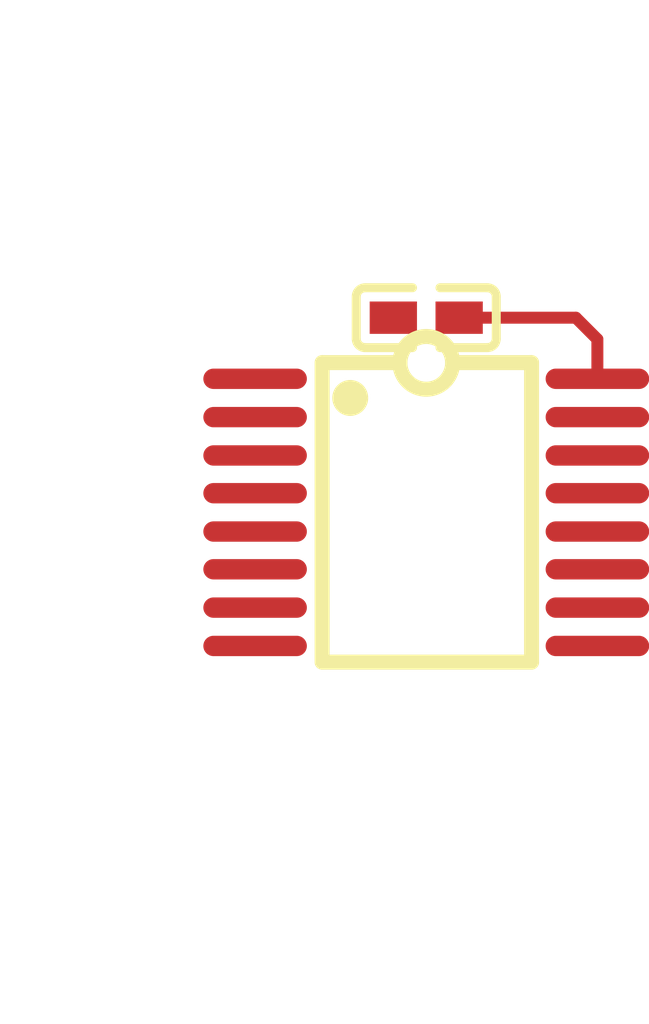
<source format=kicad_pcb>
(kicad_pcb (version 20241229) (generator "pcbnew") (generator_version "9.0")
  (layers (0 "F.Cu" signal) (2 "B.Cu" signal) (13 "F.Paste" user) (15 "B.Paste" user) (5 "F.SilkS" user "F.Silkscreen") (7 "B.SilkS" user "B.Silkscreen") (1 "F.Mask" user) (3 "B.Mask" user) (25 "Edge.Cuts" user))
  (net 0 "")
  (net 1 "b[7]")
  (net 2 "net")
  (net 3 "oe")
  (net 4 "b[0]")
  (net 5 "s1")
  (net 6 "vcc")
  (net 7 "gnd")
  (net 8 "b[3]")
  (net 9 "b[5]")
  (net 10 "a")
  (net 11 "b[6]")
  (net 12 "b[1]")
  (net 13 "s2")
  (net 14 "b[2]")
  (net 15 "s0")
  (net 16 "b[4]")
  (footprint "atopile:TSSOP-16_L5.0-W4.4-P0.64-LS6.4-BL-0862a7" (layer "F.Cu") (at 0 0 -90)
    (property "Reference" "U1" (hide yes))
    (property "Value" "")
    (fp_line (start -2.5 1.74) (end 2.5 1.74) (stroke (width 0.25)) (layer "F.SilkS"))
    (fp_line (start -2.5 0.44) (end -2.5 1.74) (stroke (width 0.25)) (layer "F.SilkS"))
    (fp_line (start -2.5 -0.44) (end -2.5 -1.76) (stroke (width 0.25)) (layer "F.SilkS"))
    (fp_line (start -2.5 -1.76) (end 2.5 -1.76) (stroke (width 0.25)) (layer "F.SilkS"))
    (fp_line (start 2.5 -1.76) (end 2.5 1.74) (stroke (width 0.25)) (layer "F.SilkS"))
    (fp_arc (start -2.492321 -0.439933) (mid -2.503838 0.439983) (end -2.5 -0.44) (stroke (width 0.25)) (layer "F.SilkS"))
    (fp_circle (center -1.91 1.27) (end -1.76 1.27) (stroke (width 0.3)) (fill no) (layer "F.SilkS"))
    (pad "1" smd oval (at -2.23 2.86 270) (size 0.34 1.73) (layers "F.Cu" "F.Mask" "F.Paste") (net 8 "b[3]"))
    (pad "2" smd oval (at -1.59 2.86 270) (size 0.34 1.73) (layers "F.Cu" "F.Mask" "F.Paste") (net 14 "b[2]"))
    (pad "3" smd oval (at -0.95 2.86 270) (size 0.34 1.73) (layers "F.Cu" "F.Mask" "F.Paste") (net 12 "b[1]"))
    (pad "4" smd oval (at -0.32 2.86 270) (size 0.34 1.73) (layers "F.Cu" "F.Mask" "F.Paste") (net 4 "b[0]"))
    (pad "5" smd oval (at 0.32 2.86 270) (size 0.34 1.73) (layers "F.Cu" "F.Mask" "F.Paste") (net 10 "a"))
    (pad "6" smd oval (at 0.95 2.86 270) (size 0.34 1.73) (layers "F.Cu" "F.Mask" "F.Paste") (net 2 "net"))
    (pad "7" smd oval (at 1.59 2.86 270) (size 0.34 1.73) (layers "F.Cu" "F.Mask" "F.Paste") (net 3 "oe"))
    (pad "8" smd oval (at 2.23 2.86 270) (size 0.34 1.73) (layers "F.Cu" "F.Mask" "F.Paste") (net 7 "gnd"))
    (pad "9" smd oval (at 2.23 -2.86 270) (size 0.34 1.73) (layers "F.Cu" "F.Mask" "F.Paste") (net 13 "s2"))
    (pad "10" smd oval (at 1.59 -2.86 270) (size 0.34 1.73) (layers "F.Cu" "F.Mask" "F.Paste") (net 5 "s1"))
    (pad "11" smd oval (at 0.95 -2.86 270) (size 0.34 1.73) (layers "F.Cu" "F.Mask" "F.Paste") (net 15 "s0"))
    (pad "12" smd oval (at 0.32 -2.86 270) (size 0.34 1.73) (layers "F.Cu" "F.Mask" "F.Paste") (net 1 "b[7]"))
    (pad "13" smd oval (at -0.32 -2.86 270) (size 0.34 1.73) (layers "F.Cu" "F.Mask" "F.Paste") (net 11 "b[6]"))
    (pad "14" smd oval (at -0.95 -2.86 270) (size 0.34 1.73) (layers "F.Cu" "F.Mask" "F.Paste") (net 9 "b[5]"))
    (pad "15" smd oval (at -1.59 -2.86 270) (size 0.34 1.73) (layers "F.Cu" "F.Mask" "F.Paste") (net 16 "b[4]"))
    (pad "16" smd oval (at -2.23 -2.86 270) (size 0.34 1.73) (layers "F.Cu" "F.Mask" "F.Paste") (net 6 "vcc"))
  )
  (footprint "atopile:C0402-b3ef17" (layer "F.Cu") (at 0 -3.25 180)
    (property "Reference" "C1" (hide yes))
    (property "Value" "100nF ±10% 16V X7R")
    (fp_line (start 1.17 0.35) (end 1.17 -0.35) (stroke (width 0.15)) (layer "F.SilkS"))
    (fp_line (start 1.02 -0.5) (end 0.23 -0.5) (stroke (width 0.15)) (layer "F.SilkS"))
    (fp_line (start 0.23 0.5) (end 1.02 0.5) (stroke (width 0.15)) (layer "F.SilkS"))
    (fp_line (start -0.23 0.5) (end -1.02 0.5) (stroke (width 0.15)) (layer "F.SilkS"))
    (fp_line (start -1.02 -0.5) (end -0.23 -0.5) (stroke (width 0.15)) (layer "F.SilkS"))
    (fp_line (start -1.17 0.35) (end -1.17 -0.35) (stroke (width 0.15)) (layer "F.SilkS"))
    (fp_arc (start 1.17 0.35) (mid 1.126066 0.456066) (end 1.02 0.5) (stroke (width 0.15)) (layer "F.SilkS"))
    (fp_arc (start 1.02 -0.5) (mid 1.126066 -0.456066) (end 1.17 -0.35) (stroke (width 0.15)) (layer "F.SilkS"))
    (fp_arc (start -1.02 0.5) (mid -1.126066 0.456066) (end -1.17 0.35) (stroke (width 0.15)) (layer "F.SilkS"))
    (fp_arc (start -1.17 -0.35) (mid -1.126066 -0.456066) (end -1.02 -0.5) (stroke (width 0.15)) (layer "F.SilkS"))
    (pad "1" smd rect (at -0.55 0 180) (size 0.79 0.54) (layers "F.Cu" "F.Mask" "F.Paste") (net 6 "vcc"))
    (pad "2" smd rect (at 0.55 0 180) (size 0.79 0.54) (layers "F.Cu" "F.Mask" "F.Paste") (net 7 "gnd"))
  )
  (segment (start 2.86 -2.89) (end 2.86 -2.23) (width 0.2) (net 6) (layer "F.Cu"))
  (segment (start 2.5 -3.25) (end 2.86 -2.89) (width 0.2) (net 6) (layer "F.Cu"))
  (segment (start 0.55 -3.25) (end 2.5 -3.25) (width 0.2) (net 6) (layer "F.Cu"))
)
</source>
